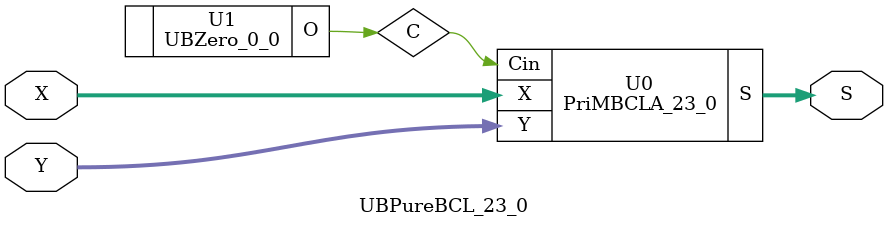
<source format=v>
/*----------------------------------------------------------------------------
  Copyright (c) 2021 Homma laboratory. All rights reserved.

  Top module: UBBCL_23_0_23_0

  Operand-1 length: 24
  Operand-2 length: 24
  Two-operand addition algorithm: Block carry look-ahead adder
----------------------------------------------------------------------------*/

module GPGenerator(Go, Po, A, B);
  output Go;
  output Po;
  input A;
  input B;
  assign Go = A & B;
  assign Po = A ^ B;
endmodule

module BCLAU_4(Go, Po, G, P, Cin);
  output Go;
  output Po;
  input Cin;
  input [3:0] G;
  input [3:0] P;
  assign Po = P[0] & P[1] & P[2] & P[3];
  assign Go = G[3] | ( P[3] & G[2] ) | ( P[3] & P[2] & G[1] ) | ( P[3] & P[2] & P[1] & G[0] );
endmodule

module BCLAlU_4(Go, Po, S, X, Y, Cin);
  output Go;
  output Po;
  output [3:0] S;
  input Cin;
  input [3:0] X;
  input [3:0] Y;
  wire [3:1] C;
  wire [3:0] G;
  wire [3:0] P;
  assign C[1] = G[0] | ( P[0] & Cin );
  assign C[2] = G[1] | ( P[1] & C[1] );
  assign C[3] = G[2] | ( P[2] & C[2] );
  assign S[0] = P[0] ^ Cin;
  assign S[1] = P[1] ^ C[1];
  assign S[2] = P[2] ^ C[2];
  assign S[3] = P[3] ^ C[3];
  GPGenerator U0 (G[0], P[0], X[0], Y[0]);
  GPGenerator U1 (G[1], P[1], X[1], Y[1]);
  GPGenerator U2 (G[2], P[2], X[2], Y[2]);
  GPGenerator U3 (G[3], P[3], X[3], Y[3]);
  BCLAU_4 U4 (Go, Po, G, P, Cin);
endmodule

module BCLAU_2(Go, Po, G, P, Cin);
  output Go;
  output Po;
  input Cin;
  input [1:0] G;
  input [1:0] P;
  assign Po = P[0] & P[1];
  assign Go = G[1] | ( P[1] & G[0] );
endmodule

module PriMBCLA_23_0(S, X, Y, Cin);
  output [24:0] S;
  input Cin;
  input [23:0] X;
  input [23:0] Y;
  wire [5:0] C1;
  wire [1:0] C2;
  wire [5:0] G1;
  wire [1:0] G2;
  wire [5:0] P1;
  wire [1:0] P2;
  assign C1[0] = C2[0];
  assign C1[1] = G1[0] | ( P1[0] & C1[0] );
  assign C1[2] = G1[1] | ( P1[1] & C1[1] );
  assign C1[3] = G1[2] | ( P1[2] & C1[2] );
  assign C1[4] = C2[1];
  assign C1[5] = G1[4] | ( P1[4] & C1[4] );
  assign C2[0] = Cin;
  assign C2[1] = G2[0] | ( P2[0] & C2[0] );
  assign S[24] = G2[1] | ( P2[1] & C2[1] );
  BCLAlU_4 U0 (G1[0], P1[0], S[3:0], X[3:0], Y[3:0], C1[0]);
  BCLAlU_4 U1 (G1[1], P1[1], S[7:4], X[7:4], Y[7:4], C1[1]);
  BCLAlU_4 U2 (G1[2], P1[2], S[11:8], X[11:8], Y[11:8], C1[2]);
  BCLAlU_4 U3 (G1[3], P1[3], S[15:12], X[15:12], Y[15:12], C1[3]);
  BCLAlU_4 U4 (G1[4], P1[4], S[19:16], X[19:16], Y[19:16], C1[4]);
  BCLAlU_4 U5 (G1[5], P1[5], S[23:20], X[23:20], Y[23:20], C1[5]);
  BCLAU_4 U6 (G2[0], P2[0], G1[3:0], P1[3:0], C2[0]);
  BCLAU_2 U7 (G2[1], P2[1], G1[5:4], P1[5:4], C2[1]);
endmodule

module UBZero_0_0(O);
  output [0:0] O;
  assign O[0] = 0;
endmodule

module UBBCL_23_0_23_0 (S, X, Y);
  output [24:0] S;
  input [23:0] X;
  input [23:0] Y;
  UBPureBCL_23_0 U0 (S[24:0], X[23:0], Y[23:0]);
endmodule

module UBPureBCL_23_0 (S, X, Y);
  output [24:0] S;
  input [23:0] X;
  input [23:0] Y;
  wire C;
  PriMBCLA_23_0 U0 (S, X, Y, C);
  UBZero_0_0 U1 (C);
endmodule


</source>
